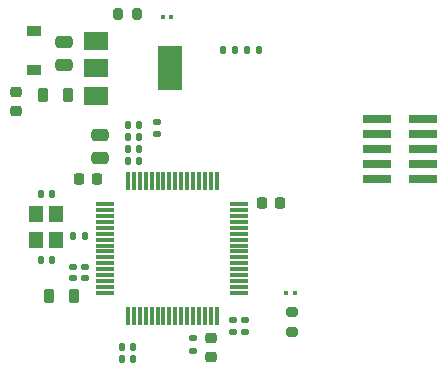
<source format=gbr>
%TF.GenerationSoftware,KiCad,Pcbnew,(6.0.1)*%
%TF.CreationDate,2022-05-08T06:10:33+05:45*%
%TF.ProjectId,STM32F4_Breakout,53544d33-3246-4345-9f42-7265616b6f75,rev?*%
%TF.SameCoordinates,Original*%
%TF.FileFunction,Paste,Top*%
%TF.FilePolarity,Positive*%
%FSLAX46Y46*%
G04 Gerber Fmt 4.6, Leading zero omitted, Abs format (unit mm)*
G04 Created by KiCad (PCBNEW (6.0.1)) date 2022-05-08 06:10:33*
%MOMM*%
%LPD*%
G01*
G04 APERTURE LIST*
G04 Aperture macros list*
%AMRoundRect*
0 Rectangle with rounded corners*
0 $1 Rounding radius*
0 $2 $3 $4 $5 $6 $7 $8 $9 X,Y pos of 4 corners*
0 Add a 4 corners polygon primitive as box body*
4,1,4,$2,$3,$4,$5,$6,$7,$8,$9,$2,$3,0*
0 Add four circle primitives for the rounded corners*
1,1,$1+$1,$2,$3*
1,1,$1+$1,$4,$5*
1,1,$1+$1,$6,$7*
1,1,$1+$1,$8,$9*
0 Add four rect primitives between the rounded corners*
20,1,$1+$1,$2,$3,$4,$5,0*
20,1,$1+$1,$4,$5,$6,$7,0*
20,1,$1+$1,$6,$7,$8,$9,0*
20,1,$1+$1,$8,$9,$2,$3,0*%
G04 Aperture macros list end*
%ADD10R,2.400000X0.740000*%
%ADD11RoundRect,0.225000X-0.250000X0.225000X-0.250000X-0.225000X0.250000X-0.225000X0.250000X0.225000X0*%
%ADD12RoundRect,0.140000X0.140000X0.170000X-0.140000X0.170000X-0.140000X-0.170000X0.140000X-0.170000X0*%
%ADD13R,1.200000X0.900000*%
%ADD14R,2.000000X1.500000*%
%ADD15R,2.000000X3.800000*%
%ADD16RoundRect,0.140000X-0.140000X-0.170000X0.140000X-0.170000X0.140000X0.170000X-0.140000X0.170000X0*%
%ADD17RoundRect,0.135000X0.135000X0.185000X-0.135000X0.185000X-0.135000X-0.185000X0.135000X-0.185000X0*%
%ADD18RoundRect,0.079500X0.079500X0.100500X-0.079500X0.100500X-0.079500X-0.100500X0.079500X-0.100500X0*%
%ADD19RoundRect,0.218750X-0.218750X-0.381250X0.218750X-0.381250X0.218750X0.381250X-0.218750X0.381250X0*%
%ADD20RoundRect,0.200000X-0.275000X0.200000X-0.275000X-0.200000X0.275000X-0.200000X0.275000X0.200000X0*%
%ADD21RoundRect,0.079500X-0.079500X-0.100500X0.079500X-0.100500X0.079500X0.100500X-0.079500X0.100500X0*%
%ADD22RoundRect,0.135000X0.185000X-0.135000X0.185000X0.135000X-0.185000X0.135000X-0.185000X-0.135000X0*%
%ADD23RoundRect,0.140000X-0.170000X0.140000X-0.170000X-0.140000X0.170000X-0.140000X0.170000X0.140000X0*%
%ADD24RoundRect,0.200000X0.200000X0.275000X-0.200000X0.275000X-0.200000X-0.275000X0.200000X-0.275000X0*%
%ADD25R,1.200000X1.400000*%
%ADD26RoundRect,0.140000X0.170000X-0.140000X0.170000X0.140000X-0.170000X0.140000X-0.170000X-0.140000X0*%
%ADD27RoundRect,0.225000X-0.225000X-0.250000X0.225000X-0.250000X0.225000X0.250000X-0.225000X0.250000X0*%
%ADD28RoundRect,0.250000X-0.475000X0.250000X-0.475000X-0.250000X0.475000X-0.250000X0.475000X0.250000X0*%
%ADD29RoundRect,0.250000X0.475000X-0.250000X0.475000X0.250000X-0.475000X0.250000X-0.475000X-0.250000X0*%
%ADD30RoundRect,0.135000X-0.135000X-0.185000X0.135000X-0.185000X0.135000X0.185000X-0.135000X0.185000X0*%
%ADD31RoundRect,0.135000X-0.185000X0.135000X-0.185000X-0.135000X0.185000X-0.135000X0.185000X0.135000X0*%
%ADD32RoundRect,0.218750X-0.256250X0.218750X-0.256250X-0.218750X0.256250X-0.218750X0.256250X0.218750X0*%
%ADD33RoundRect,0.225000X0.225000X0.250000X-0.225000X0.250000X-0.225000X-0.250000X0.225000X-0.250000X0*%
%ADD34RoundRect,0.075000X-0.700000X-0.075000X0.700000X-0.075000X0.700000X0.075000X-0.700000X0.075000X0*%
%ADD35RoundRect,0.075000X-0.075000X-0.700000X0.075000X-0.700000X0.075000X0.700000X-0.075000X0.700000X0*%
G04 APERTURE END LIST*
D10*
%TO.C,J4*%
X78008000Y-33424000D03*
X81908000Y-33424000D03*
X78008000Y-34694000D03*
X81908000Y-34694000D03*
X78008000Y-35964000D03*
X81908000Y-35964000D03*
X78008000Y-37234000D03*
X81908000Y-37234000D03*
X78008000Y-38504000D03*
X81908000Y-38504000D03*
%TD*%
D11*
%TO.C,C12*%
X63956000Y-51953000D03*
X63956000Y-53503000D03*
%TD*%
D12*
%TO.C,C17*%
X50466000Y-45362000D03*
X49506000Y-45362000D03*
%TD*%
D13*
%TO.C,D1*%
X48970000Y-29232000D03*
X48970000Y-25932000D03*
%TD*%
D14*
%TO.C,U1*%
X54202000Y-26806000D03*
X54202000Y-29106000D03*
D15*
X60502000Y-29106000D03*
D14*
X54202000Y-31406000D03*
%TD*%
D16*
%TO.C,C16*%
X49506000Y-39774000D03*
X50466000Y-39774000D03*
%TD*%
D17*
%TO.C,R2*%
X68022000Y-27582000D03*
X67002000Y-27582000D03*
%TD*%
D18*
%TO.C,D3*%
X71011449Y-48096269D03*
X70321449Y-48096269D03*
%TD*%
D19*
%TO.C,FB1*%
X49685500Y-31392000D03*
X51810500Y-31392000D03*
%TD*%
D20*
%TO.C,R7*%
X70784726Y-49731434D03*
X70784726Y-51381434D03*
%TD*%
D21*
%TO.C,D2*%
X59867000Y-24788000D03*
X60557000Y-24788000D03*
%TD*%
D22*
%TO.C,R4*%
X59384000Y-34696000D03*
X59384000Y-33676000D03*
%TD*%
D19*
%TO.C,FB2*%
X50193500Y-48410000D03*
X52318500Y-48410000D03*
%TD*%
D17*
%TO.C,R6*%
X53290000Y-43330000D03*
X52270000Y-43330000D03*
%TD*%
D23*
%TO.C,C11*%
X65782000Y-50422000D03*
X65782000Y-51382000D03*
%TD*%
D24*
%TO.C,R1*%
X57669000Y-24534000D03*
X56019000Y-24534000D03*
%TD*%
D25*
%TO.C,HSE1*%
X49136000Y-41468000D03*
X49136000Y-43668000D03*
X50836000Y-43668000D03*
X50836000Y-41468000D03*
%TD*%
D26*
%TO.C,C14*%
X52272000Y-46858000D03*
X52272000Y-45898000D03*
%TD*%
D27*
%TO.C,C13*%
X68261000Y-40536000D03*
X69811000Y-40536000D03*
%TD*%
D16*
%TO.C,C7*%
X56872000Y-35964000D03*
X57832000Y-35964000D03*
%TD*%
D28*
%TO.C,C1*%
X54558000Y-34760000D03*
X54558000Y-36660000D03*
%TD*%
D29*
%TO.C,C2*%
X51510000Y-28786000D03*
X51510000Y-26886000D03*
%TD*%
D26*
%TO.C,C15*%
X53288000Y-46858000D03*
X53288000Y-45898000D03*
%TD*%
D30*
%TO.C,R3*%
X64970000Y-27582000D03*
X65990000Y-27582000D03*
%TD*%
D31*
%TO.C,R5*%
X62432000Y-51966000D03*
X62432000Y-52986000D03*
%TD*%
D16*
%TO.C,C6*%
X56872000Y-36980000D03*
X57832000Y-36980000D03*
%TD*%
D23*
%TO.C,C10*%
X66798000Y-50422000D03*
X66798000Y-51382000D03*
%TD*%
D32*
%TO.C,F1*%
X47446000Y-31112500D03*
X47446000Y-32687500D03*
%TD*%
D16*
%TO.C,C9*%
X56872000Y-33932000D03*
X57832000Y-33932000D03*
%TD*%
D33*
%TO.C,C3*%
X54317000Y-38504000D03*
X52767000Y-38504000D03*
%TD*%
D12*
%TO.C,C5*%
X57352000Y-53744000D03*
X56392000Y-53744000D03*
%TD*%
%TO.C,C4*%
X57352000Y-52728000D03*
X56392000Y-52728000D03*
%TD*%
D34*
%TO.C,U2*%
X54979000Y-40596000D03*
X54979000Y-41096000D03*
X54979000Y-41596000D03*
X54979000Y-42096000D03*
X54979000Y-42596000D03*
X54979000Y-43096000D03*
X54979000Y-43596000D03*
X54979000Y-44096000D03*
X54979000Y-44596000D03*
X54979000Y-45096000D03*
X54979000Y-45596000D03*
X54979000Y-46096000D03*
X54979000Y-46596000D03*
X54979000Y-47096000D03*
X54979000Y-47596000D03*
X54979000Y-48096000D03*
D35*
X56904000Y-50021000D03*
X57404000Y-50021000D03*
X57904000Y-50021000D03*
X58404000Y-50021000D03*
X58904000Y-50021000D03*
X59404000Y-50021000D03*
X59904000Y-50021000D03*
X60404000Y-50021000D03*
X60904000Y-50021000D03*
X61404000Y-50021000D03*
X61904000Y-50021000D03*
X62404000Y-50021000D03*
X62904000Y-50021000D03*
X63404000Y-50021000D03*
X63904000Y-50021000D03*
X64404000Y-50021000D03*
D34*
X66329000Y-48096000D03*
X66329000Y-47596000D03*
X66329000Y-47096000D03*
X66329000Y-46596000D03*
X66329000Y-46096000D03*
X66329000Y-45596000D03*
X66329000Y-45096000D03*
X66329000Y-44596000D03*
X66329000Y-44096000D03*
X66329000Y-43596000D03*
X66329000Y-43096000D03*
X66329000Y-42596000D03*
X66329000Y-42096000D03*
X66329000Y-41596000D03*
X66329000Y-41096000D03*
X66329000Y-40596000D03*
D35*
X64404000Y-38671000D03*
X63904000Y-38671000D03*
X63404000Y-38671000D03*
X62904000Y-38671000D03*
X62404000Y-38671000D03*
X61904000Y-38671000D03*
X61404000Y-38671000D03*
X60904000Y-38671000D03*
X60404000Y-38671000D03*
X59904000Y-38671000D03*
X59404000Y-38671000D03*
X58904000Y-38671000D03*
X58404000Y-38671000D03*
X57904000Y-38671000D03*
X57404000Y-38671000D03*
X56904000Y-38671000D03*
%TD*%
D16*
%TO.C,C8*%
X56872000Y-34948000D03*
X57832000Y-34948000D03*
%TD*%
M02*

</source>
